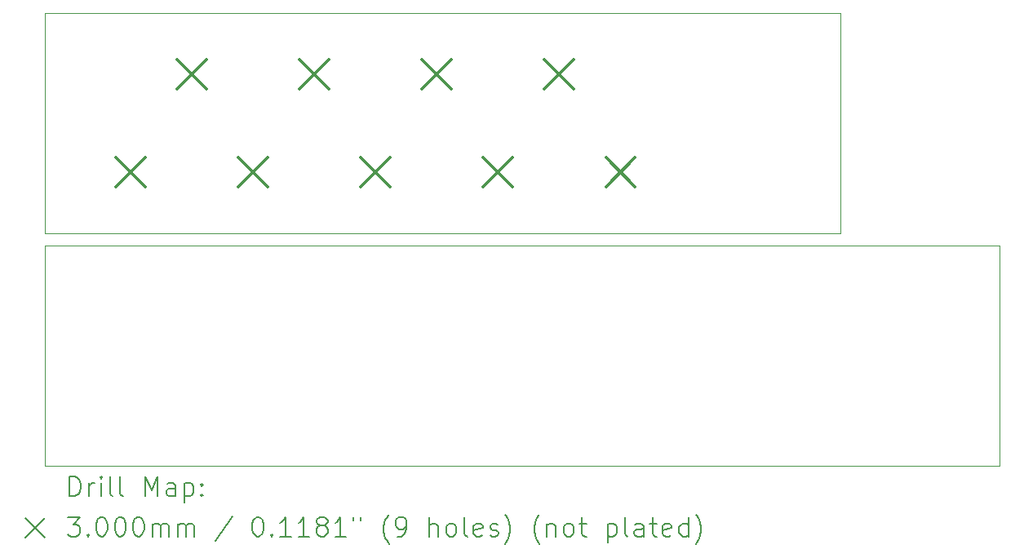
<source format=gbr>
%TF.GenerationSoftware,KiCad,Pcbnew,8.0.2*%
%TF.CreationDate,2025-03-16T16:58:37-07:00*%
%TF.ProjectId,Exits-1U,45786974-732d-4315-952e-6b696361645f,2.1*%
%TF.SameCoordinates,Original*%
%TF.FileFunction,Drillmap*%
%TF.FilePolarity,Positive*%
%FSLAX45Y45*%
G04 Gerber Fmt 4.5, Leading zero omitted, Abs format (unit mm)*
G04 Created by KiCad (PCBNEW 8.0.2) date 2025-03-16 16:58:37*
%MOMM*%
%LPD*%
G01*
G04 APERTURE LIST*
%ADD10C,0.025400*%
%ADD11C,0.200000*%
%ADD12C,0.300000*%
G04 APERTURE END LIST*
D10*
X5207000Y-10287000D02*
X13462000Y-10287000D01*
X13462000Y-12573000D01*
X5207000Y-12573000D01*
X5207000Y-10287000D01*
X5207000Y-12700000D02*
X15113000Y-12700000D01*
X15113000Y-14986000D01*
X5207000Y-14986000D01*
X5207000Y-12700000D01*
D11*
D12*
X5946000Y-11788000D02*
X6246000Y-12088000D01*
X6246000Y-11788000D02*
X5946000Y-12088000D01*
X6581000Y-10772000D02*
X6881000Y-11072000D01*
X6881000Y-10772000D02*
X6581000Y-11072000D01*
X7216000Y-11788000D02*
X7516000Y-12088000D01*
X7516000Y-11788000D02*
X7216000Y-12088000D01*
X7851000Y-10772000D02*
X8151000Y-11072000D01*
X8151000Y-10772000D02*
X7851000Y-11072000D01*
X8486000Y-11788000D02*
X8786000Y-12088000D01*
X8786000Y-11788000D02*
X8486000Y-12088000D01*
X9120780Y-10772000D02*
X9420780Y-11072000D01*
X9420780Y-10772000D02*
X9120780Y-11072000D01*
X9755780Y-11788000D02*
X10055780Y-12088000D01*
X10055780Y-11788000D02*
X9755780Y-12088000D01*
X10391000Y-10772000D02*
X10691000Y-11072000D01*
X10691000Y-10772000D02*
X10391000Y-11072000D01*
X11031080Y-11788000D02*
X11331080Y-12088000D01*
X11331080Y-11788000D02*
X11031080Y-12088000D01*
D11*
X5466507Y-15298754D02*
X5466507Y-15098754D01*
X5466507Y-15098754D02*
X5514126Y-15098754D01*
X5514126Y-15098754D02*
X5542697Y-15108278D01*
X5542697Y-15108278D02*
X5561745Y-15127325D01*
X5561745Y-15127325D02*
X5571269Y-15146373D01*
X5571269Y-15146373D02*
X5580793Y-15184468D01*
X5580793Y-15184468D02*
X5580793Y-15213039D01*
X5580793Y-15213039D02*
X5571269Y-15251135D01*
X5571269Y-15251135D02*
X5561745Y-15270182D01*
X5561745Y-15270182D02*
X5542697Y-15289230D01*
X5542697Y-15289230D02*
X5514126Y-15298754D01*
X5514126Y-15298754D02*
X5466507Y-15298754D01*
X5666507Y-15298754D02*
X5666507Y-15165420D01*
X5666507Y-15203516D02*
X5676031Y-15184468D01*
X5676031Y-15184468D02*
X5685554Y-15174944D01*
X5685554Y-15174944D02*
X5704602Y-15165420D01*
X5704602Y-15165420D02*
X5723650Y-15165420D01*
X5790316Y-15298754D02*
X5790316Y-15165420D01*
X5790316Y-15098754D02*
X5780792Y-15108278D01*
X5780792Y-15108278D02*
X5790316Y-15117801D01*
X5790316Y-15117801D02*
X5799840Y-15108278D01*
X5799840Y-15108278D02*
X5790316Y-15098754D01*
X5790316Y-15098754D02*
X5790316Y-15117801D01*
X5914126Y-15298754D02*
X5895078Y-15289230D01*
X5895078Y-15289230D02*
X5885554Y-15270182D01*
X5885554Y-15270182D02*
X5885554Y-15098754D01*
X6018888Y-15298754D02*
X5999840Y-15289230D01*
X5999840Y-15289230D02*
X5990316Y-15270182D01*
X5990316Y-15270182D02*
X5990316Y-15098754D01*
X6247459Y-15298754D02*
X6247459Y-15098754D01*
X6247459Y-15098754D02*
X6314126Y-15241611D01*
X6314126Y-15241611D02*
X6380792Y-15098754D01*
X6380792Y-15098754D02*
X6380792Y-15298754D01*
X6561745Y-15298754D02*
X6561745Y-15193992D01*
X6561745Y-15193992D02*
X6552221Y-15174944D01*
X6552221Y-15174944D02*
X6533173Y-15165420D01*
X6533173Y-15165420D02*
X6495078Y-15165420D01*
X6495078Y-15165420D02*
X6476031Y-15174944D01*
X6561745Y-15289230D02*
X6542697Y-15298754D01*
X6542697Y-15298754D02*
X6495078Y-15298754D01*
X6495078Y-15298754D02*
X6476031Y-15289230D01*
X6476031Y-15289230D02*
X6466507Y-15270182D01*
X6466507Y-15270182D02*
X6466507Y-15251135D01*
X6466507Y-15251135D02*
X6476031Y-15232087D01*
X6476031Y-15232087D02*
X6495078Y-15222563D01*
X6495078Y-15222563D02*
X6542697Y-15222563D01*
X6542697Y-15222563D02*
X6561745Y-15213039D01*
X6656983Y-15165420D02*
X6656983Y-15365420D01*
X6656983Y-15174944D02*
X6676031Y-15165420D01*
X6676031Y-15165420D02*
X6714126Y-15165420D01*
X6714126Y-15165420D02*
X6733173Y-15174944D01*
X6733173Y-15174944D02*
X6742697Y-15184468D01*
X6742697Y-15184468D02*
X6752221Y-15203516D01*
X6752221Y-15203516D02*
X6752221Y-15260658D01*
X6752221Y-15260658D02*
X6742697Y-15279706D01*
X6742697Y-15279706D02*
X6733173Y-15289230D01*
X6733173Y-15289230D02*
X6714126Y-15298754D01*
X6714126Y-15298754D02*
X6676031Y-15298754D01*
X6676031Y-15298754D02*
X6656983Y-15289230D01*
X6837935Y-15279706D02*
X6847459Y-15289230D01*
X6847459Y-15289230D02*
X6837935Y-15298754D01*
X6837935Y-15298754D02*
X6828412Y-15289230D01*
X6828412Y-15289230D02*
X6837935Y-15279706D01*
X6837935Y-15279706D02*
X6837935Y-15298754D01*
X6837935Y-15174944D02*
X6847459Y-15184468D01*
X6847459Y-15184468D02*
X6837935Y-15193992D01*
X6837935Y-15193992D02*
X6828412Y-15184468D01*
X6828412Y-15184468D02*
X6837935Y-15174944D01*
X6837935Y-15174944D02*
X6837935Y-15193992D01*
X5005730Y-15527270D02*
X5205730Y-15727270D01*
X5205730Y-15527270D02*
X5005730Y-15727270D01*
X5447459Y-15518754D02*
X5571269Y-15518754D01*
X5571269Y-15518754D02*
X5504602Y-15594944D01*
X5504602Y-15594944D02*
X5533174Y-15594944D01*
X5533174Y-15594944D02*
X5552221Y-15604468D01*
X5552221Y-15604468D02*
X5561745Y-15613992D01*
X5561745Y-15613992D02*
X5571269Y-15633039D01*
X5571269Y-15633039D02*
X5571269Y-15680658D01*
X5571269Y-15680658D02*
X5561745Y-15699706D01*
X5561745Y-15699706D02*
X5552221Y-15709230D01*
X5552221Y-15709230D02*
X5533174Y-15718754D01*
X5533174Y-15718754D02*
X5476031Y-15718754D01*
X5476031Y-15718754D02*
X5456983Y-15709230D01*
X5456983Y-15709230D02*
X5447459Y-15699706D01*
X5656983Y-15699706D02*
X5666507Y-15709230D01*
X5666507Y-15709230D02*
X5656983Y-15718754D01*
X5656983Y-15718754D02*
X5647459Y-15709230D01*
X5647459Y-15709230D02*
X5656983Y-15699706D01*
X5656983Y-15699706D02*
X5656983Y-15718754D01*
X5790316Y-15518754D02*
X5809364Y-15518754D01*
X5809364Y-15518754D02*
X5828412Y-15528278D01*
X5828412Y-15528278D02*
X5837935Y-15537801D01*
X5837935Y-15537801D02*
X5847459Y-15556849D01*
X5847459Y-15556849D02*
X5856983Y-15594944D01*
X5856983Y-15594944D02*
X5856983Y-15642563D01*
X5856983Y-15642563D02*
X5847459Y-15680658D01*
X5847459Y-15680658D02*
X5837935Y-15699706D01*
X5837935Y-15699706D02*
X5828412Y-15709230D01*
X5828412Y-15709230D02*
X5809364Y-15718754D01*
X5809364Y-15718754D02*
X5790316Y-15718754D01*
X5790316Y-15718754D02*
X5771269Y-15709230D01*
X5771269Y-15709230D02*
X5761745Y-15699706D01*
X5761745Y-15699706D02*
X5752221Y-15680658D01*
X5752221Y-15680658D02*
X5742697Y-15642563D01*
X5742697Y-15642563D02*
X5742697Y-15594944D01*
X5742697Y-15594944D02*
X5752221Y-15556849D01*
X5752221Y-15556849D02*
X5761745Y-15537801D01*
X5761745Y-15537801D02*
X5771269Y-15528278D01*
X5771269Y-15528278D02*
X5790316Y-15518754D01*
X5980792Y-15518754D02*
X5999840Y-15518754D01*
X5999840Y-15518754D02*
X6018888Y-15528278D01*
X6018888Y-15528278D02*
X6028412Y-15537801D01*
X6028412Y-15537801D02*
X6037935Y-15556849D01*
X6037935Y-15556849D02*
X6047459Y-15594944D01*
X6047459Y-15594944D02*
X6047459Y-15642563D01*
X6047459Y-15642563D02*
X6037935Y-15680658D01*
X6037935Y-15680658D02*
X6028412Y-15699706D01*
X6028412Y-15699706D02*
X6018888Y-15709230D01*
X6018888Y-15709230D02*
X5999840Y-15718754D01*
X5999840Y-15718754D02*
X5980792Y-15718754D01*
X5980792Y-15718754D02*
X5961745Y-15709230D01*
X5961745Y-15709230D02*
X5952221Y-15699706D01*
X5952221Y-15699706D02*
X5942697Y-15680658D01*
X5942697Y-15680658D02*
X5933173Y-15642563D01*
X5933173Y-15642563D02*
X5933173Y-15594944D01*
X5933173Y-15594944D02*
X5942697Y-15556849D01*
X5942697Y-15556849D02*
X5952221Y-15537801D01*
X5952221Y-15537801D02*
X5961745Y-15528278D01*
X5961745Y-15528278D02*
X5980792Y-15518754D01*
X6171269Y-15518754D02*
X6190316Y-15518754D01*
X6190316Y-15518754D02*
X6209364Y-15528278D01*
X6209364Y-15528278D02*
X6218888Y-15537801D01*
X6218888Y-15537801D02*
X6228412Y-15556849D01*
X6228412Y-15556849D02*
X6237935Y-15594944D01*
X6237935Y-15594944D02*
X6237935Y-15642563D01*
X6237935Y-15642563D02*
X6228412Y-15680658D01*
X6228412Y-15680658D02*
X6218888Y-15699706D01*
X6218888Y-15699706D02*
X6209364Y-15709230D01*
X6209364Y-15709230D02*
X6190316Y-15718754D01*
X6190316Y-15718754D02*
X6171269Y-15718754D01*
X6171269Y-15718754D02*
X6152221Y-15709230D01*
X6152221Y-15709230D02*
X6142697Y-15699706D01*
X6142697Y-15699706D02*
X6133173Y-15680658D01*
X6133173Y-15680658D02*
X6123650Y-15642563D01*
X6123650Y-15642563D02*
X6123650Y-15594944D01*
X6123650Y-15594944D02*
X6133173Y-15556849D01*
X6133173Y-15556849D02*
X6142697Y-15537801D01*
X6142697Y-15537801D02*
X6152221Y-15528278D01*
X6152221Y-15528278D02*
X6171269Y-15518754D01*
X6323650Y-15718754D02*
X6323650Y-15585420D01*
X6323650Y-15604468D02*
X6333173Y-15594944D01*
X6333173Y-15594944D02*
X6352221Y-15585420D01*
X6352221Y-15585420D02*
X6380793Y-15585420D01*
X6380793Y-15585420D02*
X6399840Y-15594944D01*
X6399840Y-15594944D02*
X6409364Y-15613992D01*
X6409364Y-15613992D02*
X6409364Y-15718754D01*
X6409364Y-15613992D02*
X6418888Y-15594944D01*
X6418888Y-15594944D02*
X6437935Y-15585420D01*
X6437935Y-15585420D02*
X6466507Y-15585420D01*
X6466507Y-15585420D02*
X6485554Y-15594944D01*
X6485554Y-15594944D02*
X6495078Y-15613992D01*
X6495078Y-15613992D02*
X6495078Y-15718754D01*
X6590316Y-15718754D02*
X6590316Y-15585420D01*
X6590316Y-15604468D02*
X6599840Y-15594944D01*
X6599840Y-15594944D02*
X6618888Y-15585420D01*
X6618888Y-15585420D02*
X6647459Y-15585420D01*
X6647459Y-15585420D02*
X6666507Y-15594944D01*
X6666507Y-15594944D02*
X6676031Y-15613992D01*
X6676031Y-15613992D02*
X6676031Y-15718754D01*
X6676031Y-15613992D02*
X6685554Y-15594944D01*
X6685554Y-15594944D02*
X6704602Y-15585420D01*
X6704602Y-15585420D02*
X6733173Y-15585420D01*
X6733173Y-15585420D02*
X6752221Y-15594944D01*
X6752221Y-15594944D02*
X6761745Y-15613992D01*
X6761745Y-15613992D02*
X6761745Y-15718754D01*
X7152221Y-15509230D02*
X6980793Y-15766373D01*
X7409364Y-15518754D02*
X7428412Y-15518754D01*
X7428412Y-15518754D02*
X7447459Y-15528278D01*
X7447459Y-15528278D02*
X7456983Y-15537801D01*
X7456983Y-15537801D02*
X7466507Y-15556849D01*
X7466507Y-15556849D02*
X7476031Y-15594944D01*
X7476031Y-15594944D02*
X7476031Y-15642563D01*
X7476031Y-15642563D02*
X7466507Y-15680658D01*
X7466507Y-15680658D02*
X7456983Y-15699706D01*
X7456983Y-15699706D02*
X7447459Y-15709230D01*
X7447459Y-15709230D02*
X7428412Y-15718754D01*
X7428412Y-15718754D02*
X7409364Y-15718754D01*
X7409364Y-15718754D02*
X7390316Y-15709230D01*
X7390316Y-15709230D02*
X7380793Y-15699706D01*
X7380793Y-15699706D02*
X7371269Y-15680658D01*
X7371269Y-15680658D02*
X7361745Y-15642563D01*
X7361745Y-15642563D02*
X7361745Y-15594944D01*
X7361745Y-15594944D02*
X7371269Y-15556849D01*
X7371269Y-15556849D02*
X7380793Y-15537801D01*
X7380793Y-15537801D02*
X7390316Y-15528278D01*
X7390316Y-15528278D02*
X7409364Y-15518754D01*
X7561745Y-15699706D02*
X7571269Y-15709230D01*
X7571269Y-15709230D02*
X7561745Y-15718754D01*
X7561745Y-15718754D02*
X7552221Y-15709230D01*
X7552221Y-15709230D02*
X7561745Y-15699706D01*
X7561745Y-15699706D02*
X7561745Y-15718754D01*
X7761745Y-15718754D02*
X7647459Y-15718754D01*
X7704602Y-15718754D02*
X7704602Y-15518754D01*
X7704602Y-15518754D02*
X7685555Y-15547325D01*
X7685555Y-15547325D02*
X7666507Y-15566373D01*
X7666507Y-15566373D02*
X7647459Y-15575897D01*
X7952221Y-15718754D02*
X7837936Y-15718754D01*
X7895078Y-15718754D02*
X7895078Y-15518754D01*
X7895078Y-15518754D02*
X7876031Y-15547325D01*
X7876031Y-15547325D02*
X7856983Y-15566373D01*
X7856983Y-15566373D02*
X7837936Y-15575897D01*
X8066507Y-15604468D02*
X8047459Y-15594944D01*
X8047459Y-15594944D02*
X8037936Y-15585420D01*
X8037936Y-15585420D02*
X8028412Y-15566373D01*
X8028412Y-15566373D02*
X8028412Y-15556849D01*
X8028412Y-15556849D02*
X8037936Y-15537801D01*
X8037936Y-15537801D02*
X8047459Y-15528278D01*
X8047459Y-15528278D02*
X8066507Y-15518754D01*
X8066507Y-15518754D02*
X8104602Y-15518754D01*
X8104602Y-15518754D02*
X8123650Y-15528278D01*
X8123650Y-15528278D02*
X8133174Y-15537801D01*
X8133174Y-15537801D02*
X8142697Y-15556849D01*
X8142697Y-15556849D02*
X8142697Y-15566373D01*
X8142697Y-15566373D02*
X8133174Y-15585420D01*
X8133174Y-15585420D02*
X8123650Y-15594944D01*
X8123650Y-15594944D02*
X8104602Y-15604468D01*
X8104602Y-15604468D02*
X8066507Y-15604468D01*
X8066507Y-15604468D02*
X8047459Y-15613992D01*
X8047459Y-15613992D02*
X8037936Y-15623516D01*
X8037936Y-15623516D02*
X8028412Y-15642563D01*
X8028412Y-15642563D02*
X8028412Y-15680658D01*
X8028412Y-15680658D02*
X8037936Y-15699706D01*
X8037936Y-15699706D02*
X8047459Y-15709230D01*
X8047459Y-15709230D02*
X8066507Y-15718754D01*
X8066507Y-15718754D02*
X8104602Y-15718754D01*
X8104602Y-15718754D02*
X8123650Y-15709230D01*
X8123650Y-15709230D02*
X8133174Y-15699706D01*
X8133174Y-15699706D02*
X8142697Y-15680658D01*
X8142697Y-15680658D02*
X8142697Y-15642563D01*
X8142697Y-15642563D02*
X8133174Y-15623516D01*
X8133174Y-15623516D02*
X8123650Y-15613992D01*
X8123650Y-15613992D02*
X8104602Y-15604468D01*
X8333174Y-15718754D02*
X8218888Y-15718754D01*
X8276031Y-15718754D02*
X8276031Y-15518754D01*
X8276031Y-15518754D02*
X8256983Y-15547325D01*
X8256983Y-15547325D02*
X8237936Y-15566373D01*
X8237936Y-15566373D02*
X8218888Y-15575897D01*
X8409364Y-15518754D02*
X8409364Y-15556849D01*
X8485555Y-15518754D02*
X8485555Y-15556849D01*
X8780793Y-15794944D02*
X8771269Y-15785420D01*
X8771269Y-15785420D02*
X8752221Y-15756849D01*
X8752221Y-15756849D02*
X8742698Y-15737801D01*
X8742698Y-15737801D02*
X8733174Y-15709230D01*
X8733174Y-15709230D02*
X8723650Y-15661611D01*
X8723650Y-15661611D02*
X8723650Y-15623516D01*
X8723650Y-15623516D02*
X8733174Y-15575897D01*
X8733174Y-15575897D02*
X8742698Y-15547325D01*
X8742698Y-15547325D02*
X8752221Y-15528278D01*
X8752221Y-15528278D02*
X8771269Y-15499706D01*
X8771269Y-15499706D02*
X8780793Y-15490182D01*
X8866507Y-15718754D02*
X8904602Y-15718754D01*
X8904602Y-15718754D02*
X8923650Y-15709230D01*
X8923650Y-15709230D02*
X8933174Y-15699706D01*
X8933174Y-15699706D02*
X8952221Y-15671135D01*
X8952221Y-15671135D02*
X8961745Y-15633039D01*
X8961745Y-15633039D02*
X8961745Y-15556849D01*
X8961745Y-15556849D02*
X8952221Y-15537801D01*
X8952221Y-15537801D02*
X8942698Y-15528278D01*
X8942698Y-15528278D02*
X8923650Y-15518754D01*
X8923650Y-15518754D02*
X8885555Y-15518754D01*
X8885555Y-15518754D02*
X8866507Y-15528278D01*
X8866507Y-15528278D02*
X8856983Y-15537801D01*
X8856983Y-15537801D02*
X8847460Y-15556849D01*
X8847460Y-15556849D02*
X8847460Y-15604468D01*
X8847460Y-15604468D02*
X8856983Y-15623516D01*
X8856983Y-15623516D02*
X8866507Y-15633039D01*
X8866507Y-15633039D02*
X8885555Y-15642563D01*
X8885555Y-15642563D02*
X8923650Y-15642563D01*
X8923650Y-15642563D02*
X8942698Y-15633039D01*
X8942698Y-15633039D02*
X8952221Y-15623516D01*
X8952221Y-15623516D02*
X8961745Y-15604468D01*
X9199841Y-15718754D02*
X9199841Y-15518754D01*
X9285555Y-15718754D02*
X9285555Y-15613992D01*
X9285555Y-15613992D02*
X9276031Y-15594944D01*
X9276031Y-15594944D02*
X9256983Y-15585420D01*
X9256983Y-15585420D02*
X9228412Y-15585420D01*
X9228412Y-15585420D02*
X9209364Y-15594944D01*
X9209364Y-15594944D02*
X9199841Y-15604468D01*
X9409364Y-15718754D02*
X9390317Y-15709230D01*
X9390317Y-15709230D02*
X9380793Y-15699706D01*
X9380793Y-15699706D02*
X9371269Y-15680658D01*
X9371269Y-15680658D02*
X9371269Y-15623516D01*
X9371269Y-15623516D02*
X9380793Y-15604468D01*
X9380793Y-15604468D02*
X9390317Y-15594944D01*
X9390317Y-15594944D02*
X9409364Y-15585420D01*
X9409364Y-15585420D02*
X9437936Y-15585420D01*
X9437936Y-15585420D02*
X9456983Y-15594944D01*
X9456983Y-15594944D02*
X9466507Y-15604468D01*
X9466507Y-15604468D02*
X9476031Y-15623516D01*
X9476031Y-15623516D02*
X9476031Y-15680658D01*
X9476031Y-15680658D02*
X9466507Y-15699706D01*
X9466507Y-15699706D02*
X9456983Y-15709230D01*
X9456983Y-15709230D02*
X9437936Y-15718754D01*
X9437936Y-15718754D02*
X9409364Y-15718754D01*
X9590317Y-15718754D02*
X9571269Y-15709230D01*
X9571269Y-15709230D02*
X9561745Y-15690182D01*
X9561745Y-15690182D02*
X9561745Y-15518754D01*
X9742698Y-15709230D02*
X9723650Y-15718754D01*
X9723650Y-15718754D02*
X9685555Y-15718754D01*
X9685555Y-15718754D02*
X9666507Y-15709230D01*
X9666507Y-15709230D02*
X9656983Y-15690182D01*
X9656983Y-15690182D02*
X9656983Y-15613992D01*
X9656983Y-15613992D02*
X9666507Y-15594944D01*
X9666507Y-15594944D02*
X9685555Y-15585420D01*
X9685555Y-15585420D02*
X9723650Y-15585420D01*
X9723650Y-15585420D02*
X9742698Y-15594944D01*
X9742698Y-15594944D02*
X9752222Y-15613992D01*
X9752222Y-15613992D02*
X9752222Y-15633039D01*
X9752222Y-15633039D02*
X9656983Y-15652087D01*
X9828412Y-15709230D02*
X9847460Y-15718754D01*
X9847460Y-15718754D02*
X9885555Y-15718754D01*
X9885555Y-15718754D02*
X9904603Y-15709230D01*
X9904603Y-15709230D02*
X9914126Y-15690182D01*
X9914126Y-15690182D02*
X9914126Y-15680658D01*
X9914126Y-15680658D02*
X9904603Y-15661611D01*
X9904603Y-15661611D02*
X9885555Y-15652087D01*
X9885555Y-15652087D02*
X9856983Y-15652087D01*
X9856983Y-15652087D02*
X9837936Y-15642563D01*
X9837936Y-15642563D02*
X9828412Y-15623516D01*
X9828412Y-15623516D02*
X9828412Y-15613992D01*
X9828412Y-15613992D02*
X9837936Y-15594944D01*
X9837936Y-15594944D02*
X9856983Y-15585420D01*
X9856983Y-15585420D02*
X9885555Y-15585420D01*
X9885555Y-15585420D02*
X9904603Y-15594944D01*
X9980793Y-15794944D02*
X9990317Y-15785420D01*
X9990317Y-15785420D02*
X10009364Y-15756849D01*
X10009364Y-15756849D02*
X10018888Y-15737801D01*
X10018888Y-15737801D02*
X10028412Y-15709230D01*
X10028412Y-15709230D02*
X10037936Y-15661611D01*
X10037936Y-15661611D02*
X10037936Y-15623516D01*
X10037936Y-15623516D02*
X10028412Y-15575897D01*
X10028412Y-15575897D02*
X10018888Y-15547325D01*
X10018888Y-15547325D02*
X10009364Y-15528278D01*
X10009364Y-15528278D02*
X9990317Y-15499706D01*
X9990317Y-15499706D02*
X9980793Y-15490182D01*
X10342698Y-15794944D02*
X10333174Y-15785420D01*
X10333174Y-15785420D02*
X10314126Y-15756849D01*
X10314126Y-15756849D02*
X10304603Y-15737801D01*
X10304603Y-15737801D02*
X10295079Y-15709230D01*
X10295079Y-15709230D02*
X10285555Y-15661611D01*
X10285555Y-15661611D02*
X10285555Y-15623516D01*
X10285555Y-15623516D02*
X10295079Y-15575897D01*
X10295079Y-15575897D02*
X10304603Y-15547325D01*
X10304603Y-15547325D02*
X10314126Y-15528278D01*
X10314126Y-15528278D02*
X10333174Y-15499706D01*
X10333174Y-15499706D02*
X10342698Y-15490182D01*
X10418888Y-15585420D02*
X10418888Y-15718754D01*
X10418888Y-15604468D02*
X10428412Y-15594944D01*
X10428412Y-15594944D02*
X10447460Y-15585420D01*
X10447460Y-15585420D02*
X10476031Y-15585420D01*
X10476031Y-15585420D02*
X10495079Y-15594944D01*
X10495079Y-15594944D02*
X10504603Y-15613992D01*
X10504603Y-15613992D02*
X10504603Y-15718754D01*
X10628412Y-15718754D02*
X10609364Y-15709230D01*
X10609364Y-15709230D02*
X10599841Y-15699706D01*
X10599841Y-15699706D02*
X10590317Y-15680658D01*
X10590317Y-15680658D02*
X10590317Y-15623516D01*
X10590317Y-15623516D02*
X10599841Y-15604468D01*
X10599841Y-15604468D02*
X10609364Y-15594944D01*
X10609364Y-15594944D02*
X10628412Y-15585420D01*
X10628412Y-15585420D02*
X10656984Y-15585420D01*
X10656984Y-15585420D02*
X10676031Y-15594944D01*
X10676031Y-15594944D02*
X10685555Y-15604468D01*
X10685555Y-15604468D02*
X10695079Y-15623516D01*
X10695079Y-15623516D02*
X10695079Y-15680658D01*
X10695079Y-15680658D02*
X10685555Y-15699706D01*
X10685555Y-15699706D02*
X10676031Y-15709230D01*
X10676031Y-15709230D02*
X10656984Y-15718754D01*
X10656984Y-15718754D02*
X10628412Y-15718754D01*
X10752222Y-15585420D02*
X10828412Y-15585420D01*
X10780793Y-15518754D02*
X10780793Y-15690182D01*
X10780793Y-15690182D02*
X10790317Y-15709230D01*
X10790317Y-15709230D02*
X10809364Y-15718754D01*
X10809364Y-15718754D02*
X10828412Y-15718754D01*
X11047460Y-15585420D02*
X11047460Y-15785420D01*
X11047460Y-15594944D02*
X11066507Y-15585420D01*
X11066507Y-15585420D02*
X11104603Y-15585420D01*
X11104603Y-15585420D02*
X11123650Y-15594944D01*
X11123650Y-15594944D02*
X11133174Y-15604468D01*
X11133174Y-15604468D02*
X11142698Y-15623516D01*
X11142698Y-15623516D02*
X11142698Y-15680658D01*
X11142698Y-15680658D02*
X11133174Y-15699706D01*
X11133174Y-15699706D02*
X11123650Y-15709230D01*
X11123650Y-15709230D02*
X11104603Y-15718754D01*
X11104603Y-15718754D02*
X11066507Y-15718754D01*
X11066507Y-15718754D02*
X11047460Y-15709230D01*
X11256983Y-15718754D02*
X11237936Y-15709230D01*
X11237936Y-15709230D02*
X11228412Y-15690182D01*
X11228412Y-15690182D02*
X11228412Y-15518754D01*
X11418888Y-15718754D02*
X11418888Y-15613992D01*
X11418888Y-15613992D02*
X11409364Y-15594944D01*
X11409364Y-15594944D02*
X11390317Y-15585420D01*
X11390317Y-15585420D02*
X11352222Y-15585420D01*
X11352222Y-15585420D02*
X11333174Y-15594944D01*
X11418888Y-15709230D02*
X11399841Y-15718754D01*
X11399841Y-15718754D02*
X11352222Y-15718754D01*
X11352222Y-15718754D02*
X11333174Y-15709230D01*
X11333174Y-15709230D02*
X11323650Y-15690182D01*
X11323650Y-15690182D02*
X11323650Y-15671135D01*
X11323650Y-15671135D02*
X11333174Y-15652087D01*
X11333174Y-15652087D02*
X11352222Y-15642563D01*
X11352222Y-15642563D02*
X11399841Y-15642563D01*
X11399841Y-15642563D02*
X11418888Y-15633039D01*
X11485555Y-15585420D02*
X11561745Y-15585420D01*
X11514126Y-15518754D02*
X11514126Y-15690182D01*
X11514126Y-15690182D02*
X11523650Y-15709230D01*
X11523650Y-15709230D02*
X11542698Y-15718754D01*
X11542698Y-15718754D02*
X11561745Y-15718754D01*
X11704603Y-15709230D02*
X11685555Y-15718754D01*
X11685555Y-15718754D02*
X11647460Y-15718754D01*
X11647460Y-15718754D02*
X11628412Y-15709230D01*
X11628412Y-15709230D02*
X11618888Y-15690182D01*
X11618888Y-15690182D02*
X11618888Y-15613992D01*
X11618888Y-15613992D02*
X11628412Y-15594944D01*
X11628412Y-15594944D02*
X11647460Y-15585420D01*
X11647460Y-15585420D02*
X11685555Y-15585420D01*
X11685555Y-15585420D02*
X11704603Y-15594944D01*
X11704603Y-15594944D02*
X11714126Y-15613992D01*
X11714126Y-15613992D02*
X11714126Y-15633039D01*
X11714126Y-15633039D02*
X11618888Y-15652087D01*
X11885555Y-15718754D02*
X11885555Y-15518754D01*
X11885555Y-15709230D02*
X11866507Y-15718754D01*
X11866507Y-15718754D02*
X11828412Y-15718754D01*
X11828412Y-15718754D02*
X11809364Y-15709230D01*
X11809364Y-15709230D02*
X11799841Y-15699706D01*
X11799841Y-15699706D02*
X11790317Y-15680658D01*
X11790317Y-15680658D02*
X11790317Y-15623516D01*
X11790317Y-15623516D02*
X11799841Y-15604468D01*
X11799841Y-15604468D02*
X11809364Y-15594944D01*
X11809364Y-15594944D02*
X11828412Y-15585420D01*
X11828412Y-15585420D02*
X11866507Y-15585420D01*
X11866507Y-15585420D02*
X11885555Y-15594944D01*
X11961745Y-15794944D02*
X11971269Y-15785420D01*
X11971269Y-15785420D02*
X11990317Y-15756849D01*
X11990317Y-15756849D02*
X11999841Y-15737801D01*
X11999841Y-15737801D02*
X12009364Y-15709230D01*
X12009364Y-15709230D02*
X12018888Y-15661611D01*
X12018888Y-15661611D02*
X12018888Y-15623516D01*
X12018888Y-15623516D02*
X12009364Y-15575897D01*
X12009364Y-15575897D02*
X11999841Y-15547325D01*
X11999841Y-15547325D02*
X11990317Y-15528278D01*
X11990317Y-15528278D02*
X11971269Y-15499706D01*
X11971269Y-15499706D02*
X11961745Y-15490182D01*
M02*

</source>
